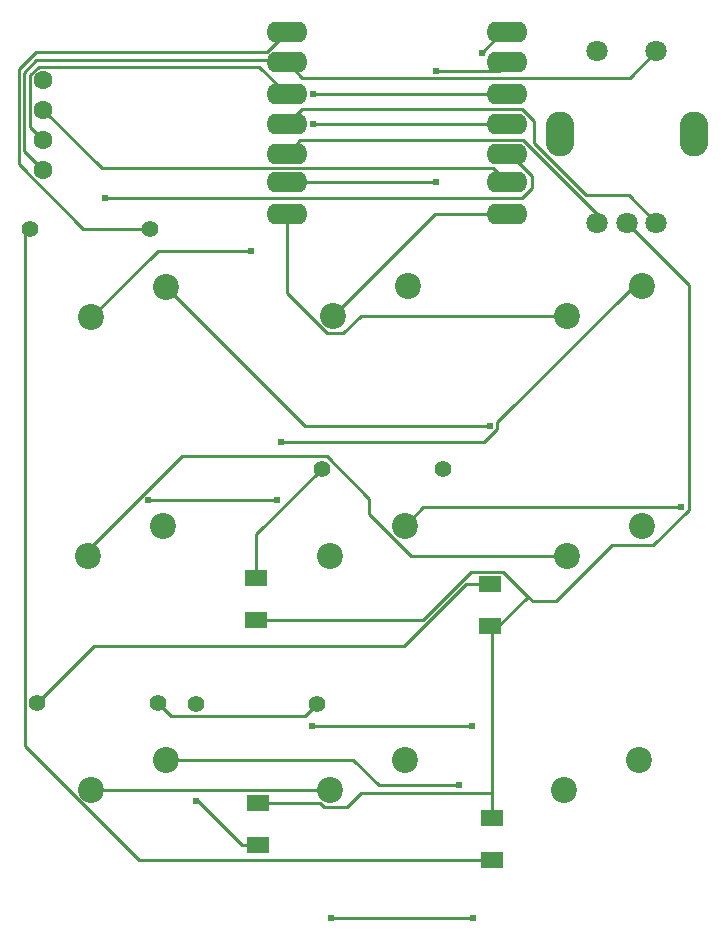
<source format=gbl>
G04 Layer: BottomLayer*
G04 EasyEDA v6.5.46, 2024-09-20 13:26:03*
G04 2d8f00c50ae54bd9acad4b1cc035e29b,c0cefccd67054bf09917bfb35b18985a,10*
G04 Gerber Generator version 0.2*
G04 Scale: 100 percent, Rotated: No, Reflected: No *
G04 Dimensions in millimeters *
G04 leading zeros omitted , absolute positions ,4 integer and 5 decimal *
%FSLAX45Y45*%
%MOMM*%

%AMMACRO1*21,1,$1,$2,0,0,$3*%
%ADD10C,0.2540*%
%ADD11MACRO1,1.3X1.8X-90.0000*%
%ADD12MACRO1,1.3X1.8X90.0000*%
%ADD13O,3.4999930000000004X1.7500092*%
%ADD14C,1.4000*%
%ADD15C,1.6000*%
%ADD16C,2.2000*%
%ADD17C,1.8000*%
%ADD18O,2.3999952X3.7999924*%
%ADD19C,0.6096*%

%LPD*%
D10*
X5981705Y6679107D02*
G01*
X6508043Y6152769D01*
X6508043Y4250944D01*
X6204488Y3947388D01*
X5854324Y3947388D01*
X5380106Y3473170D01*
X5184526Y3473170D01*
X5144241Y3513480D01*
X5731718Y6679107D02*
G01*
X5731718Y6749338D01*
X5104363Y7376693D01*
X3217702Y7376693D01*
X3102107Y7261097D01*
X3102107Y7019797D02*
G01*
X4366315Y7019797D01*
X5473705Y5892800D02*
G01*
X3728013Y5892800D01*
X3581532Y5746318D01*
X3443762Y5746318D01*
X3102107Y6087973D01*
X3102107Y6753097D01*
X5473705Y3860800D02*
G01*
X4153082Y3860800D01*
X3800784Y4213097D01*
X3800784Y4341596D01*
X3439596Y4702784D01*
X2216612Y4702784D01*
X1422405Y3908577D01*
X1422405Y3860800D01*
X3492505Y5892800D02*
G01*
X4352803Y6753097D01*
X4969007Y6753097D01*
X3467105Y1879600D02*
G01*
X1447805Y1879600D01*
X2798424Y6442075D02*
G01*
X2009780Y6442075D01*
X1447805Y5880100D01*
X4969007Y7515097D02*
G01*
X3324230Y7515097D01*
X4969007Y7019797D02*
G01*
X4848357Y7140447D01*
X1533657Y7140447D01*
X1041405Y7632700D01*
X988598Y2616200D02*
G01*
X1470766Y3098368D01*
X4097609Y3098368D01*
X4620950Y3621709D01*
X4826005Y3621709D01*
X925098Y6629400D02*
G01*
X882401Y6586702D01*
X882401Y2249423D01*
X1851334Y1280490D01*
X4838705Y1280490D01*
X2844805Y3672509D02*
G01*
X2844805Y4040606D01*
X3401598Y4597400D01*
X1041405Y7124700D02*
G01*
X879835Y7286269D01*
X879835Y7950657D01*
X982273Y8053095D01*
X3084809Y8053095D01*
X3102107Y8035797D01*
X3102107Y8035797D02*
G01*
X3233171Y7904734D01*
X6007359Y7904734D01*
X6231717Y8129092D01*
X4838705Y1640509D02*
G01*
X4838705Y1733473D01*
X4838705Y3261690D02*
G01*
X4826005Y3261690D01*
X4838705Y1853692D02*
G01*
X3732204Y1853692D01*
X3611580Y1733067D01*
X3418362Y1733067D01*
X3383920Y1767509D01*
X2857505Y1767509D01*
X4838705Y3261690D02*
G01*
X4838705Y1853692D01*
X4838705Y1853692D02*
G01*
X4838705Y1733473D01*
X4838705Y3261690D02*
G01*
X4892451Y3261690D01*
X5144241Y3513480D01*
X5144241Y3513480D02*
G01*
X4934412Y3723284D01*
X4664842Y3723284D01*
X4254047Y3312490D01*
X2844805Y3312490D01*
X3102107Y7515097D02*
G01*
X3229107Y7642097D01*
X5096362Y7642097D01*
X5194152Y7544308D01*
X5194152Y7355001D01*
X5636798Y6912355D01*
X5998469Y6912355D01*
X6231717Y6679107D01*
X3102107Y8289797D02*
G01*
X2935483Y8123173D01*
X979073Y8123173D01*
X832718Y7976819D01*
X832718Y7175652D01*
X1378971Y6629400D01*
X1945111Y6629400D01*
X2008611Y2616200D02*
G01*
X2120244Y2504567D01*
X3255878Y2504567D01*
X3354811Y2603500D01*
X4969007Y7261097D02*
G01*
X4992375Y7261097D01*
X5178328Y7075144D01*
X5178328Y6972528D01*
X5092374Y6886575D01*
X1561292Y6886575D01*
X1041405Y7378700D02*
G01*
X930203Y7489901D01*
X930203Y7930311D01*
X1000663Y8000771D01*
X2870433Y8000771D01*
X3102107Y7769097D01*
X2857505Y1407490D02*
G01*
X2723977Y1407490D01*
X2348692Y1782775D01*
X2334798Y1782775D01*
X3051408Y4824729D02*
G01*
X4771598Y4824729D01*
X4881250Y4934381D01*
X4881250Y4987925D01*
X6040125Y6146800D01*
X6108705Y6146800D01*
X4102105Y4114800D02*
G01*
X4258315Y4271010D01*
X6443045Y4271010D01*
X4969007Y7769097D02*
G01*
X3327455Y7769097D01*
X4669464Y2418867D02*
G01*
X3312876Y2418867D01*
X1929922Y4333290D02*
G01*
X3018871Y4333290D01*
X4366315Y7963280D02*
G01*
X4896490Y7963280D01*
X4969007Y8035797D01*
X4682164Y793114D02*
G01*
X3479652Y793114D01*
X2082805Y2133600D02*
G01*
X3662685Y2133600D01*
X3880261Y1916023D01*
X4557882Y1916023D01*
X4969007Y8289797D02*
G01*
X4926868Y8289797D01*
X4751354Y8114284D01*
X4822703Y4958664D02*
G01*
X3258240Y4958664D01*
X2082805Y6134100D01*
D11*
G01*
X2844800Y3312490D03*
D12*
G01*
X2844800Y3672509D03*
G01*
X2857500Y1767509D03*
D11*
G01*
X2857500Y1407490D03*
D12*
G01*
X4838700Y1640509D03*
D11*
G01*
X4838700Y1280490D03*
G01*
X4826000Y3261690D03*
D12*
G01*
X4826000Y3621709D03*
D13*
G01*
X3102102Y8289797D03*
G01*
X3102102Y6753097D03*
G01*
X3102102Y8035797D03*
G01*
X3102102Y7769097D03*
G01*
X3102102Y7515097D03*
G01*
X3102102Y7261097D03*
G01*
X3102102Y7019797D03*
G01*
X4969002Y8289797D03*
G01*
X4969002Y8035797D03*
G01*
X4969002Y7769097D03*
G01*
X4969002Y7515097D03*
G01*
X4969002Y7261097D03*
G01*
X4969002Y7019797D03*
G01*
X4969002Y6753097D03*
D14*
G01*
X4421606Y4597400D03*
G01*
X3401593Y4597400D03*
G01*
X3354806Y2603500D03*
G01*
X2334793Y2603500D03*
G01*
X1945106Y6629400D03*
G01*
X925093Y6629400D03*
G01*
X2008606Y2616200D03*
G01*
X988593Y2616200D03*
D15*
G01*
X1041400Y7124700D03*
G01*
X1041400Y7378700D03*
G01*
X1041400Y7632700D03*
G01*
X1041400Y7886700D03*
D16*
G01*
X1447800Y5880100D03*
G01*
X2082800Y6134100D03*
G01*
X3467100Y3860800D03*
G01*
X4102100Y4114800D03*
G01*
X5473700Y3860800D03*
G01*
X6108700Y4114800D03*
G01*
X5473700Y5892800D03*
G01*
X6108700Y6146800D03*
G01*
X5448300Y1879600D03*
G01*
X6083300Y2133600D03*
G01*
X1447800Y1879600D03*
G01*
X2082800Y2133600D03*
G01*
X3467100Y1879600D03*
G01*
X4102100Y2133600D03*
G01*
X3492500Y5892800D03*
G01*
X4127500Y6146800D03*
G01*
X1422400Y3860800D03*
G01*
X2057400Y4114800D03*
D17*
G01*
X5731713Y8129092D03*
G01*
X6231712Y8129092D03*
G01*
X5731713Y6679107D03*
G01*
X5981700Y6679107D03*
G01*
X6231712Y6679107D03*
D18*
G01*
X5411698Y7429093D03*
G01*
X6551701Y7429093D03*
D19*
G01*
X4822703Y4958664D03*
G01*
X4751354Y8114284D03*
G01*
X4557882Y1916023D03*
G01*
X4682164Y793114D03*
G01*
X3479652Y793114D03*
G01*
X4366315Y7963280D03*
G01*
X1929922Y4333290D03*
G01*
X3018871Y4333290D03*
G01*
X4669464Y2418867D03*
G01*
X3312876Y2418867D03*
G01*
X3327455Y7769097D03*
G01*
X6443045Y4271010D03*
G01*
X3051408Y4824729D03*
G01*
X2334798Y1782775D03*
G01*
X1561292Y6886575D03*
G01*
X2798424Y6442075D03*
G01*
X3324230Y7515097D03*
G01*
X4366315Y7019797D03*
M02*

</source>
